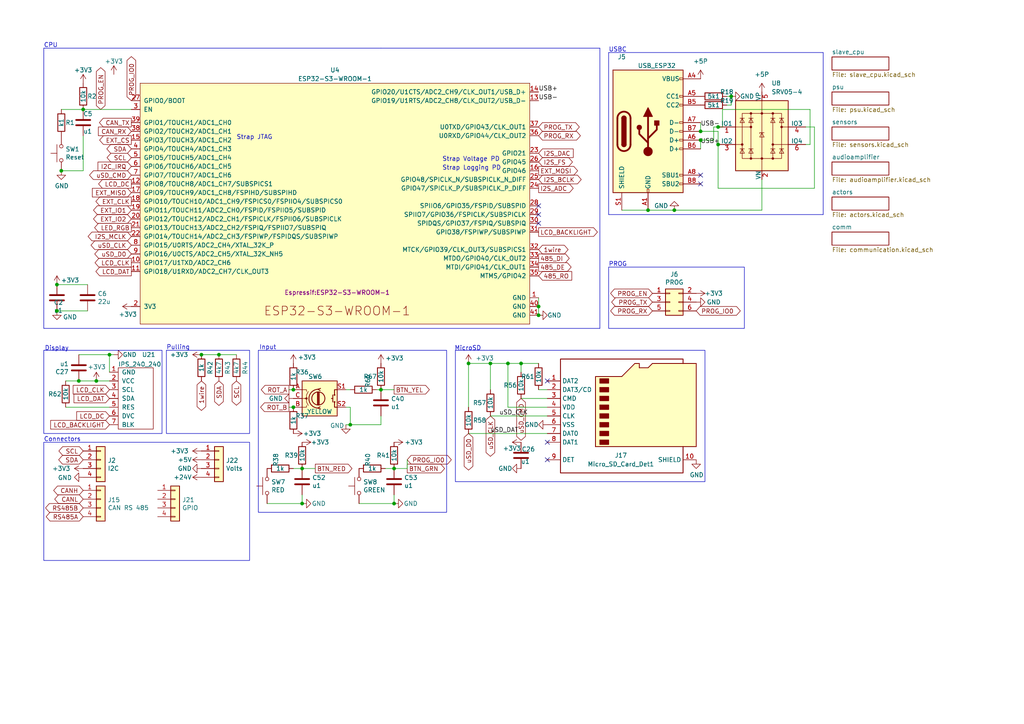
<source format=kicad_sch>
(kicad_sch (version 20231120) (generator "eeschema") (generator_version "8.0")
  (paper "A4")
  (lib_symbols
    (symbol "Connector:Micro_SD_Card_Det1"
      (property "Reference" "J" (at -16.51 17.78 0))
      (property "Value" "Micro_SD_Card_Det1" (at 16.51 17.78 0))
      (symbol "Micro_SD_Card_Det1_1_1"
        (pin bidirectional line (at -22.86 10.16 0) (length 3.81) (name "DAT2") (number "1"))
        (pin passive line (at 20.32 -12.7 180) (length 3.81) (name "SHIELD") (number "10"))
        (pin bidirectional line (at -22.86 7.62 0) (length 3.81) (name "DAT3/CD") (number "2"))
        (pin input line (at -22.86 5.08 0) (length 3.81) (name "CMD") (number "3"))
        (pin power_in line (at -22.86 2.54 0) (length 3.81) (name "VDD") (number "4"))
        (pin input line (at -22.86 0 0) (length 3.81) (name "CLK") (number "5"))
        (pin power_in line (at -22.86 -2.54 0) (length 3.81) (name "VSS") (number "6"))
        (pin bidirectional line (at -22.86 -5.08 0) (length 3.81) (name "DAT0") (number "7"))
        (pin bidirectional line (at -22.86 -7.62 0) (length 3.81) (name "DAT1") (number "8"))
        (pin passive line (at -22.86 -12.7 0) (length 3.81) (name "DET") (number "9"))
      )
    )
    (symbol "Connector:USB_C_Receptacle_USB2.0" (pin_names (offset 1.016))
      (property "Reference" "J" (at -10.16 19.05 0))
      (property "Value" "USB_C_Receptacle_USB2.0" (at 19.05 19.05 0))
      (symbol "USB_C_Receptacle_USB2.0_1_1"
        (pin passive line (at 0 -22.86 90) (length 5.08) (name "GND") (number "A1"))
        (pin passive line (at 0 -22.86 90) (length 5.08) hide (name "GND") (number "A12"))
        (pin passive line (at 15.24 15.24 180) (length 5.08) (name "VBUS") (number "A4"))
        (pin bidirectional line (at 15.24 10.16 180) (length 5.08) (name "CC1") (number "A5"))
        (pin bidirectional line (at 15.24 -2.54 180) (length 5.08) (name "D+") (number "A6"))
        (pin bidirectional line (at 15.24 2.54 180) (length 5.08) (name "D-") (number "A7"))
        (pin bidirectional line (at 15.24 -12.7 180) (length 5.08) (name "SBU1") (number "A8"))
        (pin passive line (at 15.24 15.24 180) (length 5.08) hide (name "VBUS") (number "A9"))
        (pin passive line (at 0 -22.86 90) (length 5.08) hide (name "GND") (number "B1"))
        (pin passive line (at 0 -22.86 90) (length 5.08) hide (name "GND") (number "B12"))
        (pin passive line (at 15.24 15.24 180) (length 5.08) hide (name "VBUS") (number "B4"))
        (pin bidirectional line (at 15.24 7.62 180) (length 5.08) (name "CC2") (number "B5"))
        (pin bidirectional line (at 15.24 -5.08 180) (length 5.08) (name "D+") (number "B6"))
        (pin bidirectional line (at 15.24 0 180) (length 5.08) (name "D-") (number "B7"))
        (pin bidirectional line (at 15.24 -15.24 180) (length 5.08) (name "SBU2") (number "B8"))
        (pin passive line (at 15.24 15.24 180) (length 5.08) hide (name "VBUS") (number "B9"))
        (pin passive line (at -7.62 -22.86 90) (length 5.08) (name "SHIELD") (number "S1"))
      )
    )
    (symbol "Connector_Generic:Conn_01x04" (pin_names (offset 1.016) hide)
      (property "Reference" "J" (at 0 5.08 0))
      (property "Value" "Conn_01x04" (at 0 -7.62 0))
      (symbol "Conn_01x04_1_1"
        (pin passive line (at -5.08 2.54 0) (length 3.81) (name "Pin_1") (number "1"))
        (pin passive line (at -5.08 0 0) (length 3.81) (name "Pin_2") (number "2"))
        (pin passive line (at -5.08 -2.54 0) (length 3.81) (name "Pin_3") (number "3"))
        (pin passive line (at -5.08 -5.08 0) (length 3.81) (name "Pin_4") (number "4"))
      )
    )
    (symbol "Connector_Generic:Conn_02x03_Odd_Even" (pin_names (offset 1.016) hide)
      (property "Reference" "J" (at 1.27 5.08 0))
      (property "Value" "Conn_02x03_Odd_Even" (at 1.27 -5.08 0))
      (symbol "Conn_02x03_Odd_Even_1_1"
        (pin passive line (at -5.08 2.54 0) (length 3.81) (name "Pin_1") (number "1"))
        (pin passive line (at 7.62 2.54 180) (length 3.81) (name "Pin_2") (number "2"))
        (pin passive line (at -5.08 0 0) (length 3.81) (name "Pin_3") (number "3"))
        (pin passive line (at 7.62 0 180) (length 3.81) (name "Pin_4") (number "4"))
        (pin passive line (at -5.08 -2.54 0) (length 3.81) (name "Pin_5") (number "5"))
        (pin passive line (at 7.62 -2.54 180) (length 3.81) (name "Pin_6") (number "6"))
      )
    )
    (symbol "Device:C" (pin_numbers hide) (pin_names (offset 0.254))
      (property "Reference" "C" (at 0.635 2.54 0))
      (property "Value" "C" (at 0.635 -2.54 0))
      (symbol "C_1_1"
        (pin passive line (at 0 3.81 270) (length 2.794) (name "~") (number "1"))
        (pin passive line (at 0 -3.81 90) (length 2.794) (name "~") (number "2"))
      )
    )
    (symbol "Device:R" (pin_numbers hide) (pin_names (offset 0))
      (property "Reference" "R" (at 2.032 0 90))
      (property "Value" "R" (at 0 0 90))
      (symbol "R_1_1"
        (pin passive line (at 0 3.81 270) (length 1.27) (name "~") (number "1"))
        (pin passive line (at 0 -3.81 90) (length 1.27) (name "~") (number "2"))
      )
    )
    (symbol "Device:Rotary_Encoder_Switch" (pin_names (offset 0.254) hide)
      (property "Reference" "SW" (at 0 6.604 0))
      (property "Value" "Device_Rotary_Encoder_Switch" (at 0 -6.604 0))
      (symbol "Rotary_Encoder_Switch_1_1"
        (pin passive line (at -7.62 2.54 0) (length 2.54) (name "A") (number "A"))
        (pin passive line (at -7.62 -2.54 0) (length 2.54) (name "B") (number "B"))
        (pin passive line (at -7.62 0 0) (length 2.54) (name "C") (number "C"))
        (pin passive line (at 7.62 2.54 180) (length 2.54) (name "S1") (number "S1"))
        (pin passive line (at 7.62 -2.54 180) (length 2.54) (name "S2") (number "S2"))
      )
    )
    (symbol "Espressif:ESP32-S3-WROOM-1" (pin_names (offset 1.016))
      (property "Reference" "U" (at 0 35.56 0))
      (property "Value" "ESP32-S3-WROOM-1" (at 0 -36.83 0))
      (symbol "ESP32-S3-WROOM-1_0_0"
        (text "ESP32-S3-WROOM-1" (at 0 -31.75 0) (effects (font (size 2.54 2.54))))
        (pin power_in line (at 58.42 -27.94 180) (length 2.54) (name "GND") (number "1"))
        (pin bidirectional line (at -59.69 -17.78 0) (length 2.54) (name "GPIO17/U1TXD/ADC2_CH6") (number "10"))
        (pin bidirectional line (at -59.69 -20.32 0) (length 2.54) (name "GPIO18/U1RXD/ADC2_CH7/CLK_OUT3") (number "11"))
        (pin bidirectional line (at -59.69 5.08 0) (length 2.54) (name "GPIO8/TOUCH8/ADC1_CH7/SUBSPICS1") (number "12"))
        (pin bidirectional line (at 58.42 29.21 180) (length 2.54) (name "GPIO19/U1RTS/ADC2_CH8/CLK_OUT2/USB_D-") (number "13"))
        (pin bidirectional line (at 58.42 31.75 180) (length 2.54) (name "GPIO20/U1CTS/ADC2_CH9/CLK_OUT1/USB_D+") (number "14"))
        (pin bidirectional line (at -59.69 17.78 0) (length 2.54) (name "GPIO3/TOUCH3/ADC1_CH2") (number "15"))
        (pin bidirectional line (at 58.42 8.89 180) (length 2.54) (name "GPIO46") (number "16"))
        (pin bidirectional line (at -59.69 2.54 0) (length 2.54) (name "GPIO9/TOUCH9/ADC1_CH8/FSPIHD/SUBSPIHD") (number "17"))
        (pin bidirectional line (at -59.69 0 0) (length 2.54) (name "GPIO10/TOUCH10/ADC1_CH9/FSPICS0/FSPIIO4/SUBSPICS0") (number "18"))
        (pin bidirectional line (at -59.69 -2.54 0) (length 2.54) (name "GPIO11/TOUCH11/ADC2_CH0/FSPID/FSPIIO5/SUBSPID") (number "19"))
        (pin power_in line (at -59.69 -30.48 0) (length 2.54) (name "3V3") (number "2"))
        (pin bidirectional line (at -59.69 -5.08 0) (length 2.54) (name "GPIO12/TOUCH12/ADC2_CH1/FSPICLK/FSPIIO6/SUBSPICLK") (number "20"))
        (pin bidirectional line (at -59.69 -7.62 0) (length 2.54) (name "GPIO13/TOUCH13/ADC2_CH2/FSPIQ/FSPIIO7/SUBSPIQ") (number "21"))
        (pin bidirectional line (at -59.69 -10.16 0) (length 2.54) (name "GPIO14/TOUCH14/ADC2_CH3/FSPIWP/FSPIDQS/SUBSPIWP") (number "22"))
        (pin bidirectional line (at 58.42 13.97 180) (length 2.54) (name "GPIO21") (number "23"))
        (pin bidirectional line (at 58.42 3.81 180) (length 2.54) (name "GPIO47/SPICLK_P/SUBSPICLK_P_DIFF") (number "24"))
        (pin bidirectional line (at 58.42 6.35 180) (length 2.54) (name "GPIO48/SPICLK_N/SUBSPICLK_N_DIFF") (number "25"))
        (pin bidirectional line (at 58.42 11.43 180) (length 2.54) (name "GPIO45") (number "26"))
        (pin bidirectional line (at -59.69 29.21 0) (length 2.54) (name "GPIO0/BOOT") (number "27"))
        (pin bidirectional line (at 58.42 -1.27 180) (length 2.54) (name "SPIIO6/GPIO35/FSPID/SUBSPID") (number "28"))
        (pin bidirectional line (at 58.42 -3.81 180) (length 2.54) (name "SPIIO7/GPIO36/FSPICLK/SUBSPICLK") (number "29"))
        (pin input line (at -59.69 26.67 0) (length 2.54) (name "EN") (number "3"))
        (pin bidirectional line (at 58.42 -6.35 180) (length 2.54) (name "SPIDQS/GPIO37/FSPIQ/SUBSPIQ") (number "30"))
        (pin bidirectional line (at 58.42 -8.89 180) (length 2.54) (name "GPIO38/FSPIWP/SUBSPIWP") (number "31"))
        (pin bidirectional line (at 58.42 -13.97 180) (length 2.54) (name "MTCK/GPIO39/CLK_OUT3/SUBSPICS1") (number "32"))
        (pin bidirectional line (at 58.42 -16.51 180) (length 2.54) (name "MTDO/GPIO40/CLK_OUT2") (number "33"))
        (pin bidirectional line (at 58.42 -19.05 180) (length 2.54) (name "MTDI/GPIO41/CLK_OUT1") (number "34"))
        (pin bidirectional line (at 58.42 -21.59 180) (length 2.54) (name "MTMS/GPIO42") (number "35"))
        (pin bidirectional line (at 58.42 19.05 180) (length 2.54) (name "U0RXD/GPIO44/CLK_OUT2") (number "36"))
        (pin bidirectional line (at 58.42 21.59 180) (length 2.54) (name "U0TXD/GPIO43/CLK_OUT1") (number "37"))
        (pin bidirectional line (at -59.69 20.32 0) (length 2.54) (name "GPIO2/TOUCH2/ADC1_CH1") (number "38"))
        (pin bidirectional line (at -59.69 22.86 0) (length 2.54) (name "GPIO1/TOUCH1/ADC1_CH0") (number "39"))
        (pin bidirectional line (at -59.69 15.24 0) (length 2.54) (name "GPIO4/TOUCH4/ADC1_CH3") (number "4"))
        (pin power_in line (at 58.42 -30.48 180) (length 2.54) (name "GND") (number "40"))
        (pin power_in line (at 58.42 -33.02 180) (length 2.54) (name "GND") (number "41"))
        (pin bidirectional line (at -59.69 12.7 0) (length 2.54) (name "GPIO5/TOUCH5/ADC1_CH4") (number "5"))
        (pin bidirectional line (at -59.69 10.16 0) (length 2.54) (name "GPIO6/TOUCH6/ADC1_CH5") (number "6"))
        (pin bidirectional line (at -59.69 7.62 0) (length 2.54) (name "GPIO7/TOUCH7/ADC1_CH6") (number "7"))
        (pin bidirectional line (at -59.69 -12.7 0) (length 2.54) (name "GPIO15/U0RTS/ADC2_CH4/XTAL_32K_P") (number "8"))
        (pin bidirectional line (at -59.69 -15.24 0) (length 2.54) (name "GPIO16/U0CTS/ADC2_CH5/XTAL_32K_NH5") (number "9"))
      )
    )
    (symbol "Power_Protection:SRV05-4" (pin_names (offset 0))
      (property "Reference" "U" (at -5.08 11.43 0))
      (property "Value" "SRV05-4" (at 2.54 11.43 0))
      (symbol "SRV05-4_1_1"
        (pin passive line (at -12.7 2.54 0) (length 5.08) (name "IO1") (number "1"))
        (pin passive line (at 0 -12.7 90) (length 2.54) (name "VN") (number "2"))
        (pin passive line (at -12.7 -2.54 0) (length 5.08) (name "IO2") (number "3"))
        (pin passive line (at 12.7 2.54 180) (length 5.08) (name "IO3") (number "4"))
        (pin passive line (at 0 12.7 270) (length 2.54) (name "VP") (number "5"))
        (pin passive line (at 12.7 -2.54 180) (length 5.08) (name "IO4") (number "6"))
      )
    )
    (symbol "Switch:SW_Push" (pin_numbers hide) (pin_names (offset 1.016) hide)
      (property "Reference" "SW" (at 1.27 2.54 0))
      (property "Value" "SW_Push" (at 0 -1.524 0))
      (symbol "SW_Push_0_1"
        (pin passive line (at -5.08 0 0) (length 2.54) (name "1") (number "1"))
        (pin passive line (at 5.08 0 180) (length 2.54) (name "2") (number "2"))
      )
    )
    (symbol "liebler_OPTO:IPS_240_240" (pin_names (offset 1.016))
      (property "Reference" "U" (at -5.08 7.62 0))
      (property "Value" "IPS_240_240" (at -5.08 5.08 0))
      (symbol "IPS_240_240_1_1"
        (pin power_in line (at -7.62 2.54 0) (length 2.54) (name "GND") (number "1"))
        (pin power_in line (at -7.62 0 0) (length 2.54) (name "VCC") (number "2"))
        (pin input line (at -7.62 -2.54 0) (length 2.54) (name "SCL") (number "3"))
        (pin input line (at -7.62 -5.08 0) (length 2.54) (name "SDA") (number "4"))
        (pin input line (at -7.62 -7.62 0) (length 2.54) (name "RES") (number "5"))
        (pin input line (at -7.62 -10.16 0) (length 2.54) (name "DVC") (number "6"))
        (pin input line (at -7.62 -12.7 0) (length 2.54) (name "BLK") (number "7"))
      )
    )
    (symbol "power:+24V" (power) (pin_names (offset 0))
      (property "Value" "+24V" (at 0 3.556 0))
      (symbol "+24V_1_1"
        (pin power_in line (at 0 0 90) (length 0) hide (name "+24V") (number "1"))
      )
    )
    (symbol "power:+3V3" (power) (pin_names (offset 0))
      (property "Value" "+3V3" (at 0 3.556 0))
      (symbol "+3V3_1_1"
        (pin power_in line (at 0 0 90) (length 0) hide (name "+3V3") (number "1"))
      )
    )
    (symbol "power:+5P" (power) (pin_names (offset 0))
      (property "Value" "+5P" (at 0 3.556 0))
      (symbol "+5P_1_1"
        (pin power_in line (at 0 0 90) (length 0) hide (name "+5P") (number "1"))
      )
    )
    (symbol "power:+5V" (power) (pin_names (offset 0))
      (property "Value" "+5V" (at 0 3.556 0))
      (symbol "+5V_1_1"
        (pin power_in line (at 0 0 90) (length 0) hide (name "+5V") (number "1"))
      )
    )
    (symbol "power:GND" (power) (pin_names (offset 0))
      (property "Value" "GND" (at 0 -3.81 0))
      (symbol "GND_1_1"
        (pin power_in line (at 0 0 270) (length 0) hide (name "GND") (number "1"))
      )
    )
  )
  (junction (at 101.6 123.19))
  (junction (at 87.63 146.05))
  (junction (at 87.63 135.89))
  (junction (at 16.51 82.55))
  (junction (at 203.2 40.64))
  (junction (at 17.78 49.53))
  (junction (at 114.3 135.89))
  (junction (at 208.28 36.83))
  (junction (at 16.51 90.17))
  (junction (at 63.5 102.87))
  (junction (at 31.75 102.87))
  (junction (at 212.09 27.94))
  (junction (at 187.96 60.96))
  (junction (at 195.58 60.96))
  (junction (at 203.2 38.1))
  (junction (at 156.21 91.44))
  (junction (at 156.21 88.9))
  (junction (at 208.28 41.91))
  (junction (at 142.24 105.41))
  (junction (at 24.13 31.75))
  (junction (at 151.13 105.41))
  (junction (at 110.49 113.03))
  (junction (at 147.32 105.41))
  (junction (at 85.09 113.03))
  (junction (at 85.09 118.11))
  (junction (at 114.3 146.05))
  (junction (at 27.94 110.49))
  (junction (at 22.86 110.49))
  (junction (at 58.42 102.87))
  (junction (at 135.89 105.41))
  (no_connect (at 156.21 62.23))
  (no_connect (at 158.75 110.49))
  (no_connect (at 156.21 59.69))
  (no_connect (at 156.21 64.77))
  (no_connect (at 158.75 128.27))
  (no_connect (at 203.2 53.34))
  (no_connect (at 158.75 133.35))
  (no_connect (at 203.2 50.8))
  (polyline (pts (xy 12.7 13.97) (xy 12.7 95.25)))
  (wire (pts (xy 109.22 113.03) (xy 110.49 113.03)))
  (wire (pts (xy 31.75 102.87) (xy 33.02 102.87)))
  (wire (pts (xy 77.47 146.05) (xy 87.63 146.05)))
  (wire (pts (xy 234.95 41.91) (xy 233.68 41.91)))
  (wire (pts (xy 156.21 88.9) (xy 156.21 91.44)))
  (wire (pts (xy 180.34 60.96) (xy 187.96 60.96)))
  (wire (pts (xy 151.13 115.57) (xy 158.75 115.57)))
  (wire (pts (xy 142.24 113.03) (xy 142.24 105.41)))
  (wire (pts (xy 63.5 102.87) (xy 68.58 102.87)))
  (wire (pts (xy 19.05 110.49) (xy 22.86 110.49)))
  (wire (pts (xy 203.2 40.64) (xy 207.01 40.64)))
  (wire (pts (xy 135.89 105.41) (xy 142.24 105.41)))
  (wire (pts (xy 17.78 31.75) (xy 24.13 31.75)))
  (wire (pts (xy 220.98 52.07) (xy 220.98 60.96)))
  (wire (pts (xy 151.13 105.41) (xy 151.13 107.95)))
  (polyline (pts (xy 173.99 13.97) (xy 173.99 95.25)))
  (wire (pts (xy 101.6 118.11) (xy 100.33 118.11)))
  (wire (pts (xy 25.4 82.55) (xy 16.51 82.55)))
  (wire (pts (xy 147.32 118.11) (xy 147.32 105.41)))
  (wire (pts (xy 208.28 36.83) (xy 209.55 36.83)))
  (wire (pts (xy 147.32 118.11) (xy 158.75 118.11)))
  (wire (pts (xy 151.13 105.41) (xy 156.21 105.41)))
  (wire (pts (xy 212.09 27.94) (xy 212.09 30.48)))
  (wire (pts (xy 85.09 113.03) (xy 83.82 113.03)))
  (wire (pts (xy 24.13 31.75) (xy 38.1 31.75)))
  (wire (pts (xy 195.58 60.96) (xy 220.98 60.96)))
  (wire (pts (xy 212.09 30.48) (xy 210.82 30.48)))
  (wire (pts (xy 203.2 40.64) (xy 203.2 43.18)))
  (wire (pts (xy 209.55 31.75) (xy 234.95 31.75)))
  (wire (pts (xy 22.86 102.87) (xy 31.75 102.87)))
  (wire (pts (xy 234.95 31.75) (xy 234.95 41.91)))
  (wire (pts (xy 209.55 36.83) (xy 209.55 31.75)))
  (wire (pts (xy 142.24 120.65) (xy 158.75 120.65)))
  (wire (pts (xy 22.86 110.49) (xy 27.94 110.49)))
  (wire (pts (xy 85.09 118.11) (xy 83.82 118.11)))
  (wire (pts (xy 100.33 113.03) (xy 101.6 113.03)))
  (wire (pts (xy 156.21 86.36) (xy 156.21 88.9)))
  (wire (pts (xy 19.05 118.11) (xy 31.75 118.11)))
  (polyline (pts (xy 238.76 15.24) (xy 238.76 62.23)))
  (wire (pts (xy 24.13 39.37) (xy 24.13 49.53)))
  (wire (pts (xy 208.28 54.61) (xy 236.22 54.61)))
  (polyline (pts (xy 110.49 13.97) (xy 173.99 13.97)))
  (wire (pts (xy 110.49 113.03) (xy 114.3 113.03)))
  (wire (pts (xy 25.4 90.17) (xy 16.51 90.17)))
  (wire (pts (xy 208.28 38.1) (xy 208.28 41.91)))
  (wire (pts (xy 87.63 135.89) (xy 91.44 135.89)))
  (polyline (pts (xy 238.76 62.23) (xy 176.53 62.23)))
  (wire (pts (xy 156.21 113.03) (xy 158.75 113.03)))
  (wire (pts (xy 236.22 36.83) (xy 233.68 36.83)))
  (polyline (pts (xy 12.7 13.97) (xy 110.49 13.97)))
  (wire (pts (xy 104.14 146.05) (xy 114.3 146.05)))
  (polyline (pts (xy 12.7 95.25) (xy 173.99 95.25)))
  (wire (pts (xy 85.09 135.89) (xy 87.63 135.89)))
  (wire (pts (xy 207.01 40.64) (xy 207.01 36.83)))
  (wire (pts (xy 207.01 36.83) (xy 208.28 36.83)))
  (polyline (pts (xy 12.7 13.97) (xy 12.7 13.97)))
  (wire (pts (xy 114.3 143.51) (xy 114.3 146.05)))
  (wire (pts (xy 114.3 135.89) (xy 118.11 135.89)))
  (wire (pts (xy 111.76 135.89) (xy 114.3 135.89)))
  (wire (pts (xy 187.96 60.96) (xy 195.58 60.96)))
  (polyline (pts (xy 176.53 15.24) (xy 238.76 15.24)))
  (wire (pts (xy 135.89 118.11) (xy 135.89 105.41)))
  (wire (pts (xy 24.13 49.53) (xy 17.78 49.53)))
  (wire (pts (xy 110.49 120.65) (xy 110.49 123.19)))
  (wire (pts (xy 101.6 118.11) (xy 101.6 123.19)))
  (wire (pts (xy 203.2 38.1) (xy 208.28 38.1)))
  (wire (pts (xy 208.28 41.91) (xy 208.28 54.61)))
  (wire (pts (xy 87.63 143.51) (xy 87.63 146.05)))
  (wire (pts (xy 147.32 105.41) (xy 151.13 105.41)))
  (wire (pts (xy 210.82 27.94) (xy 212.09 27.94)))
  (wire (pts (xy 101.6 123.19) (xy 110.49 123.19)))
  (wire (pts (xy 31.75 102.87) (xy 31.75 107.95)))
  (wire (pts (xy 142.24 105.41) (xy 147.32 105.41)))
  (polyline (pts (xy 176.53 15.24) (xy 176.53 62.23)))
  (wire (pts (xy 236.22 54.61) (xy 236.22 36.83)))
  (wire (pts (xy 118.11 133.35) (xy 118.11 135.89)))
  (wire (pts (xy 27.94 110.49) (xy 31.75 110.49)))
  (wire (pts (xy 135.89 125.73) (xy 158.75 125.73)))
  (wire (pts (xy 203.2 35.56) (xy 203.2 38.1)))
  (wire (pts (xy 58.42 102.87) (xy 63.5 102.87)))
  (wire (pts (xy 100.33 123.19) (xy 101.6 123.19)))
  (rectangle (start 176.53 77.47) (end 215.9 95.25))
  (rectangle (start 74.93 101.6) (end 129.54 148.59))
  (rectangle (start 12.7 128.27) (end 72.39 162.56))
  (rectangle (start 12.7 101.6) (end 46.99 125.73))
  (rectangle (start 48.26 101.6) (end 72.39 125.73))
  (rectangle (start 132.08 101.6) (end 204.47 139.7))
  (text "USBC" (at 176.53 15.24 0) (effects (font (size 1.27 1.27)) (justify left bottom)))
  (text "Connectors" (at 12.7 128.27 0) (effects (font (size 1.27 1.27)) (justify left bottom)))
  (text "Pulling" (at 48.26 101.6 0) (effects (font (size 1.27 1.27)) (justify left bottom)))
  (text "Strap JTAG" (at 68.58 40.64 0) (effects (font (size 1.27 1.27)) (justify left bottom)))
  (text "Strap Logging PD" (at 128.27 49.53 0) (effects (font (size 1.27 1.27)) (justify left bottom)))
  (text "Input" (at 75.184 101.6 0) (effects (font (size 1.27 1.27)) (justify left bottom)))
  (text "Strap Voltage PD" (at 128.27 46.99 0) (effects (font (size 1.27 1.27)) (justify left bottom)))
  (text "MicroSD" (at 131.826 101.854 0) (effects (font (size 1.27 1.27)) (justify left bottom)))
  (text "CPU" (at 12.7 13.97 0) (effects (font (size 1.27 1.27)) (justify left bottom)))
  (text "PROG" (at 176.53 77.47 0) (effects (font (size 1.27 1.27)) (justify left bottom)))
  (text "Display" (at 12.954 101.854 0) (effects (font (size 1.27 1.27)) (justify left bottom)))
  (label "uSD_CLK" (at 144.78 120.65 0))
  (label "USB+" (at 156.21 26.67 0))
  (label "uSD_DAT" (at 142.24 125.73 0))
  (label "USB+" (at 203.2 41.91 0))
  (label "USB-" (at 156.21 29.21 0))
  (label "USB-" (at 203.2 36.83 0))
  (global_label "uSD_CLK" (shape bidirectional) (at 38.1 71.12 180) (property "Intersheetrefs" "${INTERSHEET_REFS}" (effects (hide yes))))
  (global_label "EXT_IO2" (shape bidirectional) (at 38.1 63.5 180) (property "Intersheetrefs" "${INTERSHEET_REFS}" (effects (hide yes))))
  (global_label "1wire" (shape bidirectional) (at 58.42 110.49 270) (property "Intersheetrefs" "${INTERSHEET_REFS}" (effects (hide yes))))
  (global_label "485_DI" (shape output) (at 156.21 74.93 0) (property "Intersheetrefs" "${INTERSHEET_REFS}" (effects (hide yes))))
  (global_label "SCL" (shape bidirectional) (at 68.58 110.49 270) (property "Intersheetrefs" "${INTERSHEET_REFS}" (effects (hide yes))))
  (global_label "SDA" (shape bidirectional) (at 63.5 110.49 270) (property "Intersheetrefs" "${INTERSHEET_REFS}" (effects (hide yes))))
  (global_label "I2S_DAC" (shape input) (at 156.21 44.45 0) (property "Intersheetrefs" "${INTERSHEET_REFS}" (effects (hide yes))))
  (global_label "I2S_BCLK" (shape bidirectional) (at 156.21 52.07 0) (property "Intersheetrefs" "${INTERSHEET_REFS}" (effects (hide yes))))
  (global_label "RS485B" (shape bidirectional) (at 24.13 147.32 180) (property "Intersheetrefs" "${INTERSHEET_REFS}" (effects (hide yes))))
  (global_label "SCL" (shape bidirectional) (at 24.13 130.81 180) (property "Intersheetrefs" "${INTERSHEET_REFS}" (effects (hide yes))))
  (global_label "LCD_DC" (shape output) (at 38.1 53.34 180) (property "Intersheetrefs" "${INTERSHEET_REFS}" (effects (hide yes))))
  (global_label "CAN_TX" (shape output) (at 38.1 35.56 180) (property "Intersheetrefs" "${INTERSHEET_REFS}" (effects (hide yes))))
  (global_label "485_RO" (shape input) (at 156.21 80.01 0) (property "Intersheetrefs" "${INTERSHEET_REFS}" (effects (hide yes))))
  (global_label "PROG_TX" (shape bidirectional) (at 189.23 87.63 180) (property "Intersheetrefs" "${INTERSHEET_REFS}" (effects (hide yes))))
  (global_label "LCD_BACKLIGHT" (shape output) (at 156.21 67.31 0) (property "Intersheetrefs" "${INTERSHEET_REFS}" (effects (hide yes))))
  (global_label "uSD_D0" (shape bidirectional) (at 38.1 73.66 180) (property "Intersheetrefs" "${INTERSHEET_REFS}" (effects (hide yes))))
  (global_label "CANL" (shape bidirectional) (at 24.13 144.78 180) (property "Intersheetrefs" "${INTERSHEET_REFS}" (effects (hide yes))))
  (global_label "PROG_IO0" (shape bidirectional) (at 201.93 90.17 0) (property "Intersheetrefs" "${INTERSHEET_REFS}" (effects (hide yes))))
  (global_label "PROG_IO0" (shape bidirectional) (at 118.11 133.35 0) (property "Intersheetrefs" "${INTERSHEET_REFS}" (effects (hide yes))))
  (global_label "uSD_CMD" (shape bidirectional) (at 151.13 115.57 270) (property "Intersheetrefs" "${INTERSHEET_REFS}" (effects (hide yes))))
  (global_label "LCD_BACKLIGHT" (shape input) (at 31.75 123.19 180) (property "Intersheetrefs" "${INTERSHEET_REFS}" (effects (hide yes))))
  (global_label "uSD_CLK" (shape bidirectional) (at 142.24 120.65 270) (property "Intersheetrefs" "${INTERSHEET_REFS}" (effects (hide yes))))
  (global_label "RS485A" (shape bidirectional) (at 24.13 149.86 180) (property "Intersheetrefs" "${INTERSHEET_REFS}" (effects (hide yes))))
  (global_label "BTN_GRN" (shape output) (at 118.11 135.89 0) (property "Intersheetrefs" "${INTERSHEET_REFS}" (effects (hide yes))))
  (global_label "LED_RGB" (shape output) (at 38.1 66.04 180) (property "Intersheetrefs" "${INTERSHEET_REFS}" (effects (hide yes))))
  (global_label "CAN_RX" (shape input) (at 38.1 38.1 180) (property "Intersheetrefs" "${INTERSHEET_REFS}" (effects (hide yes))))
  (global_label "ROT_B" (shape output) (at 83.82 118.11 180) (property "Intersheetrefs" "${INTERSHEET_REFS}" (effects (hide yes))))
  (global_label "1wire" (shape bidirectional) (at 156.21 72.39 0) (property "Intersheetrefs" "${INTERSHEET_REFS}" (effects (hide yes))))
  (global_label "EXT_CLK" (shape output) (at 38.1 58.42 180) (property "Intersheetrefs" "${INTERSHEET_REFS}" (effects (hide yes))))
  (global_label "uSD_D0" (shape bidirectional) (at 135.89 125.73 270) (property "Intersheetrefs" "${INTERSHEET_REFS}" (effects (hide yes))))
  (global_label "SDA" (shape bidirectional) (at 24.13 133.35 180) (property "Intersheetrefs" "${INTERSHEET_REFS}" (effects (hide yes))))
  (global_label "I2C_IRQ" (shape input) (at 38.1 48.26 180) (property "Intersheetrefs" "${INTERSHEET_REFS}" (effects (hide yes))))
  (global_label "uSD_CMD" (shape bidirectional) (at 38.1 50.8 180) (property "Intersheetrefs" "${INTERSHEET_REFS}" (effects (hide yes))))
  (global_label "I2S_FS" (shape bidirectional) (at 156.21 46.99 0) (property "Intersheetrefs" "${INTERSHEET_REFS}" (effects (hide yes))))
  (global_label "SDA" (shape bidirectional) (at 38.1 43.18 180) (property "Intersheetrefs" "${INTERSHEET_REFS}" (effects (hide yes))))
  (global_label "EXT_MISO" (shape input) (at 38.1 55.88 180) (property "Intersheetrefs" "${INTERSHEET_REFS}" (effects (hide yes))))
  (global_label "PROG_RX" (shape bidirectional) (at 189.23 90.17 180) (property "Intersheetrefs" "${INTERSHEET_REFS}" (effects (hide yes))))
  (global_label "LCD_DAT" (shape output) (at 38.1 78.74 180) (property "Intersheetrefs" "${INTERSHEET_REFS}" (effects (hide yes))))
  (global_label "PROG_RX" (shape bidirectional) (at 156.21 39.37 0) (property "Intersheetrefs" "${INTERSHEET_REFS}" (effects (hide yes))))
  (global_label "BTN_RED" (shape output) (at 91.44 135.89 0) (property "Intersheetrefs" "${INTERSHEET_REFS}" (effects (hide yes))))
  (global_label "I2S_MCLK" (shape bidirectional) (at 38.1 68.58 180) (property "Intersheetrefs" "${INTERSHEET_REFS}" (effects (hide yes))))
  (global_label "EXT_IO1" (shape bidirectional) (at 38.1 60.96 180) (property "Intersheetrefs" "${INTERSHEET_REFS}" (effects (hide yes))))
  (global_label "SCL" (shape bidirectional) (at 38.1 45.72 180) (property "Intersheetrefs" "${INTERSHEET_REFS}" (effects (hide yes))))
  (global_label "PROG_IO0" (shape bidirectional) (at 38.1 29.21 90) (property "Intersheetrefs" "${INTERSHEET_REFS}" (effects (hide yes))))
  (global_label "I2S_ADC" (shape output) (at 156.21 54.61 0) (property "Intersheetrefs" "${INTERSHEET_REFS}" (effects (hide yes))))
  (global_label "LCD_CLK" (shape output) (at 38.1 76.2 180) (property "Intersheetrefs" "${INTERSHEET_REFS}" (effects (hide yes))))
  (global_label "PROG_TX" (shape bidirectional) (at 156.21 36.83 0) (property "Intersheetrefs" "${INTERSHEET_REFS}" (effects (hide yes))))
  (global_label "PROG_EN" (shape bidirectional) (at 29.21 31.75 90) (property "Intersheetrefs" "${INTERSHEET_REFS}" (effects (hide yes))))
  (global_label "EXT_CS" (shape output) (at 38.1 40.64 180) (property "Intersheetrefs" "${INTERSHEET_REFS}" (effects (hide yes))))
  (global_label "485_DE" (shape output) (at 156.21 77.47 0) (property "Intersheetrefs" "${INTERSHEET_REFS}" (effects (hide yes))))
  (global_label "LCD_CLK" (shape input) (at 31.75 113.03 180) (property "Intersheetrefs" "${INTERSHEET_REFS}" (effects (hide yes))))
  (global_label "EXT_MOSI" (shape output) (at 156.21 49.53 0) (property "Intersheetrefs" "${INTERSHEET_REFS}" (effects (hide yes))))
  (global_label "ROT_A" (shape output) (at 83.82 113.03 180) (property "Intersheetrefs" "${INTERSHEET_REFS}" (effects (hide yes))))
  (global_label "BTN_YEL" (shape output) (at 114.3 113.03 0) (property "Intersheetrefs" "${INTERSHEET_REFS}" (effects (hide yes))))
  (global_label "LCD_DC" (shape input) (at 31.75 120.65 180) (property "Intersheetrefs" "${INTERSHEET_REFS}" (effects (hide yes))))
  (global_label "CANH" (shape bidirectional) (at 24.13 142.24 180) (property "Intersheetrefs" "${INTERSHEET_REFS}" (effects (hide yes))))
  (global_label "PROG_EN" (shape bidirectional) (at 189.23 85.09 180) (property "Intersheetrefs" "${INTERSHEET_REFS}" (effects (hide yes))))
  (global_label "LCD_DAT" (shape input) (at 31.75 115.57 180) (property "Intersheetrefs" "${INTERSHEET_REFS}" (effects (hide yes))))
  (symbol (lib_id "power:+3V3") (at 114.3 128.27 270) (unit 1)
    (property "Reference" "#PWR0127" (effects (hide yes)))
    (property "Value" "+3V3" (at 117.348 128.27 90) (effects (justify left)))
  )
  (symbol (lib_id "Device:R") (at 17.78 35.56 180) (unit 1)
    (property "Reference" "R1" (at 20.32 35.56 0))
    (property "Value" "k1" (at 17.78 35.56 90))
    (property "Footprint" "Resistor_SMD:R_0402_1005Metric" (effects (hide yes)))
  )
  (symbol (lib_id "Power_Protection:SRV05-4") (at 220.98 39.37 0) (unit 1)
    (property "Reference" "U8" (at 223.7487 24.13 0) (effects (justify left)))
    (property "Value" "SRV05-4" (at 223.7487 26.67 0) (effects (justify left)))
    (property "Footprint" "Package_TO_SOT_SMD:SOT-23-6" (effects (hide yes)))
    (property "Datasheet" "http://www.onsemi.com/pub/Collateral/SRV05-4-D.PDF" (effects (hide yes)))
  )
  (symbol (lib_id "Device:R") (at 68.58 106.68 180) (unit 1)
    (property "Reference" "R44" (at 71.12 106.68 90))
    (property "Value" "4k7" (at 68.58 106.68 90))
    (property "Footprint" "Resistor_SMD:R_0402_1005Metric" (effects (hide yes)))
  )
  (symbol (lib_id "liebler_OPTO:IPS_240_240") (at 39.37 110.49 0) (unit 1)
    (property "Reference" "U21" (at 41.148 102.87 0) (effects (justify left)))
    (property "Value" "IPS_240_240" (at 34.29 105.664 0) (effects (justify left)))
    (property "Footprint" "liebler_OPTO:IPS_240_240_1.3" (effects (hide yes)))
  )
  (symbol (lib_id "Device:R") (at 81.28 135.89 270) (unit 1)
    (property "Reference" "R38" (at 80.01 133.35 0))
    (property "Value" "1k" (at 81.28 135.89 90))
    (property "Footprint" "Resistor_SMD:R_0402_1005Metric" (effects (hide yes)))
  )
  (symbol (lib_id "power:GND") (at 33.02 102.87 90) (unit 1)
    (property "Reference" "#PWR0192" (effects (hide yes)))
    (property "Value" "GND" (at 37.592 102.87 90))
  )
  (symbol (lib_id "power:GND") (at 114.3 146.05 90) (unit 1)
    (property "Reference" "#PWR0126" (effects (hide yes)))
    (property "Value" "GND" (at 119.126 146.05 90))
  )
  (symbol (lib_id "power:+5P") (at 220.98 26.67 0) (unit 1)
    (property "Reference" "#PWR054" (effects (hide yes)))
    (property "Value" "+5P" (at 220.98 21.59 0))
  )
  (symbol (lib_id "Switch:SW_Push") (at 17.78 44.45 90) (unit 1)
    (property "Reference" "SW1" (at 18.9992 43.2816 90) (effects (justify right)))
    (property "Value" "Reset" (at 18.9992 45.593 90) (effects (justify right)))
    (property "Footprint" "liebler_MECH:SW_SPST_TL3342_smaller_handsolder" (effects (hide yes)))
  )
  (symbol (lib_id "Device:C") (at 25.4 86.36 0) (unit 1)
    (property "Reference" "C6" (at 28.321 85.1916 0) (effects (justify left)))
    (property "Value" "22u" (at 28.321 87.503 0) (effects (justify left)))
    (property "Footprint" "Capacitor_SMD:C_0603_1608Metric" (effects (hide yes)))
  )
  (symbol (lib_id "power:GND") (at 195.58 60.96 180) (unit 1)
    (property "Reference" "#PWR045" (effects (hide yes)))
    (property "Value" "GND" (at 191.77 59.69 0))
  )
  (symbol (lib_id "Connector_Generic:Conn_01x04") (at 63.5 133.35 0) (unit 1)
    (property "Reference" "J22" (at 65.532 133.5532 0) (effects (justify left)))
    (property "Value" "Volts" (at 65.532 135.8646 0) (effects (justify left)))
    (property "Footprint" "liebler_CONN:PhoenixContact_MC_1,5_4-G-3.5_1x04_P3.50mm_Horizontal_smallerCourtyard" (effects (hide yes)))
  )
  (symbol (lib_id "Device:C") (at 151.13 132.08 180) (unit 1)
    (property "Reference" "C26" (at 155.194 130.302 0) (effects (justify left)))
    (property "Value" "u1" (at 153.67 133.858 0) (effects (justify left)))
    (property "Footprint" "Capacitor_SMD:C_0402_1005Metric" (effects (hide yes)))
  )
  (symbol (lib_id "Connector_Generic:Conn_02x03_Odd_Even") (at 194.31 87.63 0) (unit 1)
    (property "Reference" "J6" (at 195.58 79.5782 0))
    (property "Value" "PROG" (at 195.58 81.8896 0))
    (property "Footprint" "liebler_CONN:IDC_2x03_P1.27mm_Vertical" (effects (hide yes)))
  )
  (symbol (lib_id "Device:R") (at 19.05 114.3 0) (unit 1)
    (property "Reference" "R62" (at 13.97 114.3 0) (effects (justify left)))
    (property "Value" "10k" (at 19.05 114.3 90))
    (property "Footprint" "Resistor_SMD:R_0402_1005Metric" (effects (hide yes)))
  )
  (symbol (lib_id "power:+3V3") (at 33.02 21.59 0) (unit 1)
    (property "Reference" "#PWR012" (effects (hide yes)))
    (property "Value" "+3V3" (at 33.02 17.78 0))
  )
  (symbol (lib_id "Connector_Generic:Conn_01x04") (at 50.8 144.78 0) (unit 1)
    (property "Reference" "J21" (at 52.832 144.9832 0) (effects (justify left)))
    (property "Value" "GPIO" (at 52.832 147.2946 0) (effects (justify left)))
    (property "Footprint" "liebler_CONN:PhoenixContact_MC_1,5_4-G-3.5_1x04_P3.50mm_Horizontal_smallerCourtyard" (effects (hide yes)))
  )
  (symbol (lib_id "power:+3V3") (at 135.89 105.41 0) (unit 1)
    (property "Reference" "#PWR0189" (effects (hide yes)))
    (property "Value" "+3V3" (at 137.922 103.886 0) (effects (justify left)))
  )
  (symbol (lib_id "power:+3V3") (at 87.63 128.27 270) (unit 1)
    (property "Reference" "#PWR088" (effects (hide yes)))
    (property "Value" "+3V3" (at 90.17 128.27 90) (effects (justify left)))
  )
  (symbol (lib_id "Device:R") (at 156.21 109.22 0) (unit 1)
    (property "Reference" "R61" (at 151.13 109.22 0) (effects (justify left)))
    (property "Value" "10k" (at 156.21 109.22 90))
    (property "Footprint" "Resistor_SMD:R_0402_1005Metric" (effects (hide yes)))
  )
  (symbol (lib_id "power:GND") (at 201.93 133.35 0) (unit 1)
    (property "Reference" "#PWR0188" (effects (hide yes)))
    (property "Value" "GND" (at 202.057 137.7442 0))
  )
  (symbol (lib_id "power:+3V3") (at 27.94 110.49 0) (unit 1)
    (property "Reference" "#PWR0193" (effects (hide yes)))
    (property "Value" "+3V3" (at 25.4 106.426 0) (effects (justify left)))
  )
  (symbol (lib_id "Device:R") (at 85.09 121.92 180) (unit 1)
    (property "Reference" "R37" (at 87.63 120.65 0))
    (property "Value" "1k" (at 85.09 121.92 90))
    (property "Footprint" "Resistor_SMD:R_0402_1005Metric" (effects (hide yes)))
  )
  (symbol (lib_id "Device:R") (at 114.3 132.08 0) (unit 1)
    (property "Reference" "R41" (at 109.22 132.08 0) (effects (justify left)))
    (property "Value" "10k" (at 114.3 132.08 90))
    (property "Footprint" "Resistor_SMD:R_0402_1005Metric" (effects (hide yes)))
  )
  (symbol (lib_id "power:GND") (at 100.33 123.19 0) (unit 1)
    (property "Reference" "#PWR0125" (effects (hide yes)))
    (property "Value" "GND" (at 97.79 123.444 0))
  )
  (symbol (lib_id "Device:C") (at 110.49 116.84 180) (unit 1)
    (property "Reference" "C40" (at 113.411 115.6716 0) (effects (justify right)))
    (property "Value" "u1" (at 113.411 117.983 0) (effects (justify right)))
    (property "Footprint" "Capacitor_SMD:C_0402_1005Metric" (effects (hide yes)))
  )
  (symbol (lib_id "Device:C") (at 16.51 86.36 0) (unit 1)
    (property "Reference" "C2" (at 15.621 87.7316 0) (effects (justify left)))
    (property "Value" "u1" (at 15.621 90.043 0) (effects (justify left)))
    (property "Footprint" "Capacitor_SMD:C_0402_1005Metric" (effects (hide yes)))
  )
  (symbol (lib_id "power:+3V3") (at 110.49 105.41 0) (unit 1)
    (property "Reference" "#PWR0128" (effects (hide yes)))
    (property "Value" "+3V3" (at 111.76 103.886 0) (effects (justify left)))
  )
  (symbol (lib_id "power:+5V") (at 58.42 133.35 90) (unit 1)
    (property "Reference" "#PWR0112" (effects (hide yes)))
    (property "Value" "+5V" (at 53.594 133.35 90))
  )
  (symbol (lib_id "Device:R") (at 142.24 116.84 0) (unit 1)
    (property "Reference" "R57" (at 137.16 116.84 0) (effects (justify left)))
    (property "Value" "10k" (at 142.24 116.84 90))
    (property "Footprint" "Resistor_SMD:R_0402_1005Metric" (effects (hide yes)))
  )
  (symbol (lib_id "Connector_Generic:Conn_01x04") (at 29.21 144.78 0) (unit 1)
    (property "Reference" "J15" (at 31.242 144.9832 0) (effects (justify left)))
    (property "Value" "CAN RS 485" (at 31.242 147.2946 0) (effects (justify left)))
    (property "Footprint" "liebler_CONN:PhoenixContact_MC_1,5_4-G-3.5_1x04_P3.50mm_Horizontal_smallerCourtyard" (effects (hide yes)))
  )
  (symbol (lib_id "Device:R") (at 107.95 135.89 270) (unit 1)
    (property "Reference" "R40" (at 106.68 133.35 0))
    (property "Value" "1k" (at 107.95 135.89 90))
    (property "Footprint" "Resistor_SMD:R_0402_1005Metric" (effects (hide yes)))
  )
  (symbol (lib_id "Device:C") (at 114.3 139.7 180) (unit 1)
    (property "Reference" "C53" (at 117.221 138.5316 0) (effects (justify right)))
    (property "Value" "u1" (at 117.221 140.843 0) (effects (justify right)))
    (property "Footprint" "Capacitor_SMD:C_0402_1005Metric" (effects (hide yes)))
  )
  (symbol (lib_id "power:GND") (at 156.21 91.44 90) (unit 1)
    (property "Reference" "#PWR040" (effects (hide yes)))
    (property "Value" "GND" (at 158.75 91.44 90) (effects (justify right)))
  )
  (symbol (lib_id "Device:R") (at 135.89 121.92 0) (unit 1)
    (property "Reference" "R58" (at 137.16 121.92 0) (effects (justify left)))
    (property "Value" "10k" (at 135.89 121.92 90))
    (property "Footprint" "Resistor_SMD:R_0402_1005Metric" (effects (hide yes)))
  )
  (symbol (lib_id "power:GND") (at 24.13 138.43 270) (unit 1)
    (property "Reference" "#PWR026" (effects (hide yes)))
    (property "Value" "GND" (at 20.8788 138.557 90) (effects (justify right)))
  )
  (symbol (lib_id "Device:C") (at 22.86 106.68 180) (unit 1)
    (property "Reference" "C27" (at 19.939 107.8484 0) (effects (justify left)))
    (property "Value" "u1" (at 19.939 105.537 0) (effects (justify left)))
    (property "Footprint" "Capacitor_SMD:C_0402_1005Metric" (effects (hide yes)))
  )
  (symbol (lib_id "Device:R") (at 87.63 132.08 0) (unit 1)
    (property "Reference" "R39" (at 82.55 132.08 0) (effects (justify left)))
    (property "Value" "10k" (at 87.63 132.08 90))
    (property "Footprint" "Resistor_SMD:R_0402_1005Metric" (effects (hide yes)))
  )
  (symbol (lib_id "Connector:USB_C_Receptacle_USB2.0") (at 187.96 38.1 0) (unit 1)
    (property "Reference" "J5" (at 180.34 16.51 0))
    (property "Value" "USB_ESP32" (at 190.5 19.05 0))
    (property "Footprint" "liebler_CONN:USB_C_Receptacle_HRO_TYPE-C-31-M-12_IMPROVED" (effects (hide yes)))
    (property "Datasheet" "https://www.usb.org/sites/default/files/documents/usb_type-c.zip" (effects (hide yes)))
  )
  (symbol (lib_id "power:+3V3") (at 38.1 88.9 90) (unit 1)
    (property "Reference" "#PWR015" (effects (hide yes)))
    (property "Value" "+3V3" (at 37.084 91.186 90))
  )
  (symbol (lib_id "power:+3V3") (at 16.51 82.55 0) (unit 1)
    (property "Reference" "#PWR06" (effects (hide yes)))
    (property "Value" "+3V3" (at 20.32 81.28 0))
  )
  (symbol (lib_id "Device:R") (at 151.13 111.76 0) (unit 1)
    (property "Reference" "R56" (at 146.05 111.76 0) (effects (justify left)))
    (property "Value" "10k" (at 151.13 111.76 90))
    (property "Footprint" "Resistor_SMD:R_0402_1005Metric" (effects (hide yes)))
  )
  (symbol (lib_id "power:+3V3") (at 151.13 128.27 90) (unit 1)
    (property "Reference" "#PWR056" (effects (hide yes)))
    (property "Value" "+3V3" (at 151.13 130.048 90) (effects (justify left)))
  )
  (symbol (lib_id "Espressif:ESP32-S3-WROOM-1") (at 97.79 58.42 0) (unit 1)
    (property "Reference" "U4" (at 97.155 20.32 0))
    (property "Value" "ESP32-S3-WROOM-1" (at 97.155 22.86 0))
    (property "Footprint" "Espressif:ESP32-S3-WROOM-1" (at 97.79 84.836 0))
    (property "Datasheet" "https://www.espressif.com/sites/default/files/documentation/esp32-s3-wroom-1_wroom-1u_datasheet_en.pdf" (effects (hide yes)))
  )
  (symbol (lib_id "Connector:Micro_SD_Card_Det1") (at 181.61 120.65 0) (unit 1)
    (property "Reference" "J17" (at 180.086 132.08 0))
    (property "Value" "Micro_SD_Card_Det1" (at 180.086 134.62 0))
    (property "Footprint" "liebler_MECH:microSD push" (effects (hide yes)))
    (property "Datasheet" "https://datasheet.lcsc.com/lcsc/2110151630_XKB-Connectivity-XKTF-015-N_C381082.pdf" (effects (hide yes)))
    (property "Description" "Micro SD Card Socket with one card detection pin" (effects (hide yes)))
  )
  (symbol (lib_id "power:+3V3") (at 85.09 125.73 270) (unit 1)
    (property "Reference" "#PWR086" (effects (hide yes)))
    (property "Value" "+3V3" (at 87.884 125.73 90) (effects (justify left)))
  )
  (symbol (lib_id "power:+3V3") (at 24.13 135.89 90) (unit 1)
    (property "Reference" "#PWR027" (effects (hide yes)))
    (property "Value" "+3V3" (at 17.78 135.89 90))
  )
  (symbol (lib_id "power:GND") (at 201.93 87.63 90) (unit 1)
    (property "Reference" "#PWR049" (effects (hide yes)))
    (property "Value" "GND" (at 207.01 87.63 90))
  )
  (symbol (lib_id "Connector_Generic:Conn_01x04") (at 29.21 133.35 0) (unit 1)
    (property "Reference" "J2" (at 31.242 133.5532 0) (effects (justify left)))
    (property "Value" "I2C" (at 31.242 135.8646 0) (effects (justify left)))
    (property "Footprint" "liebler_CONN:PhoenixContact_MC_1,5_4-G-3.5_1x04_P3.50mm_Horizontal_smallerCourtyard" (effects (hide yes)))
  )
  (symbol (lib_id "power:+3V3") (at 58.42 102.87 90) (unit 1)
    (property "Reference" "#PWR090" (effects (hide yes)))
    (property "Value" "+3V3" (at 54.61 102.87 90) (effects (justify left)))
  )
  (symbol (lib_id "power:GND") (at 87.63 146.05 90) (unit 1)
    (property "Reference" "#PWR044" (effects (hide yes)))
    (property "Value" "GND" (at 92.456 146.05 90))
  )
  (symbol (lib_id "power:GND") (at 16.51 90.17 0) (unit 1)
    (property "Reference" "#PWR07" (effects (hide yes)))
    (property "Value" "GND" (at 22.352 91.948 0) (effects (justify right)))
  )
  (symbol (lib_id "power:GND") (at 85.09 115.57 270) (unit 1)
    (property "Reference" "#PWR085" (effects (hide yes)))
    (property "Value" "GND" (at 80.01 115.57 90))
  )
  (symbol (lib_id "power:GND") (at 17.78 49.53 0) (unit 1)
    (property "Reference" "#PWR04" (effects (hide yes)))
    (property "Value" "GND" (at 17.907 53.9242 0))
  )
  (symbol (lib_id "power:+3V3") (at 58.42 130.81 90) (unit 1)
    (property "Reference" "#PWR0115" (effects (hide yes)))
    (property "Value" "+3V3" (at 52.07 130.81 90))
  )
  (symbol (lib_id "power:+3V3") (at 201.93 85.09 270) (unit 1)
    (property "Reference" "#PWR048" (effects (hide yes)))
    (property "Value" "+3V3" (at 207.01 85.09 90))
  )
  (symbol (lib_id "Device:R") (at 58.42 106.68 180) (unit 1)
    (property "Reference" "R42" (at 60.96 106.68 90))
    (property "Value" "1k" (at 58.42 106.68 90))
    (property "Footprint" "Resistor_SMD:R_0402_1005Metric" (effects (hide yes)))
  )
  (symbol (lib_id "power:GND") (at 151.13 135.89 270) (unit 1)
    (property "Reference" "#PWR0190" (effects (hide yes)))
    (property "Value" "GND" (at 146.558 135.89 90))
  )
  (symbol (lib_id "power:GND") (at 212.09 27.94 90) (unit 1)
    (property "Reference" "#PWR053" (effects (hide yes)))
    (property "Value" "GND" (at 214.63 27.94 90) (effects (justify right)))
  )
  (symbol (lib_id "power:+24V") (at 58.42 138.43 90) (unit 1)
    (property "Reference" "#PWR0111" (effects (hide yes)))
    (property "Value" "+24V" (at 55.626 138.43 90) (effects (justify left)))
  )
  (symbol (lib_id "Switch:SW_Push") (at 104.14 140.97 90) (unit 1)
    (property "Reference" "SW8" (at 105.3592 139.8016 90) (effects (justify right)))
    (property "Value" "GREEN" (at 105.3592 142.113 90) (effects (justify right)))
    (property "Footprint" "Button_Switch_THT:SW_PUSH-12mm" (effects (hide yes)))
  )
  (symbol (lib_id "Device:R") (at 105.41 113.03 90) (mirror x) (unit 1)
    (property "Reference" "R66" (at 106.68 110.49 0))
    (property "Value" "1k" (at 105.41 113.03 90))
    (property "Footprint" "Resistor_SMD:R_0402_1005Metric" (effects (hide yes)))
  )
  (symbol (lib_id "Device:R") (at 207.01 27.94 90) (unit 1)
    (property "Reference" "R18" (at 210.82 26.67 90))
    (property "Value" "5k1" (at 207.01 27.94 90))
    (property "Footprint" "Resistor_SMD:R_0402_1005Metric" (effects (hide yes)))
  )
  (symbol (lib_id "Device:R") (at 24.13 27.94 180) (unit 1)
    (property "Reference" "R2" (at 26.67 27.94 0))
    (property "Value" "10k" (at 24.13 27.94 90))
    (property "Footprint" "Resistor_SMD:R_0402_1005Metric" (effects (hide yes)))
  )
  (symbol (lib_id "Device:R") (at 207.01 30.48 90) (unit 1)
    (property "Reference" "R19" (at 210.82 29.21 90))
    (property "Value" "5k1" (at 207.01 30.48 90))
    (property "Footprint" "Resistor_SMD:R_0402_1005Metric" (effects (hide yes)))
  )
  (symbol (lib_id "power:GND") (at 158.75 123.19 270) (unit 1)
    (property "Reference" "#PWR0191" (effects (hide yes)))
    (property "Value" "GND" (at 154.178 123.19 90))
  )
  (symbol (lib_id "power:+3V3") (at 85.09 105.41 0) (unit 1)
    (property "Reference" "#PWR084" (effects (hide yes)))
    (property "Value" "+3V3" (at 86.36 103.632 0) (effects (justify left)))
  )
  (symbol (lib_id "power:+3V3") (at 24.13 24.13 0) (unit 1)
    (property "Reference" "#PWR09" (effects (hide yes)))
    (property "Value" "+3V3" (at 24.13 20.32 0))
  )
  (symbol (lib_id "Switch:SW_Push") (at 77.47 140.97 90) (unit 1)
    (property "Reference" "SW7" (at 78.6892 139.8016 90) (effects (justify right)))
    (property "Value" "RED" (at 78.6892 142.113 90) (effects (justify right)))
    (property "Footprint" "Button_Switch_THT:SW_PUSH-12mm" (effects (hide yes)))
  )
  (symbol (lib_id "Device:C") (at 24.13 35.56 0) (unit 1)
    (property "Reference" "C5" (at 24.13 33.02 0) (effects (justify left)))
    (property "Value" "u1" (at 24.13 38.1 0) (effects (justify left)))
    (property "Footprint" "Capacitor_SMD:C_0402_1005Metric" (effects (hide yes)))
  )
  (symbol (lib_id "power:+5P") (at 203.2 22.86 0) (unit 1)
    (property "Reference" "#PWR050" (effects (hide yes)))
    (property "Value" "+5P" (at 203.2 17.78 0))
  )
  (symbol (lib_id "Device:C") (at 87.63 139.7 180) (unit 1)
    (property "Reference" "C52" (at 90.551 138.5316 0) (effects (justify right)))
    (property "Value" "u1" (at 90.551 140.843 0) (effects (justify right)))
    (property "Footprint" "Capacitor_SMD:C_0402_1005Metric" (effects (hide yes)))
  )
  (symbol (lib_id "Device:R") (at 110.49 109.22 0) (unit 1)
    (property "Reference" "R67" (at 105.41 109.22 0) (effects (justify left)))
    (property "Value" "10k" (at 110.49 109.22 90))
    (property "Footprint" "Resistor_SMD:R_0402_1005Metric" (effects (hide yes)))
  )
  (symbol (lib_id "Device:R") (at 63.5 106.68 180) (unit 1)
    (property "Reference" "R43" (at 66.04 106.68 90))
    (property "Value" "4k7" (at 63.5 106.68 90))
    (property "Footprint" "Resistor_SMD:R_0402_1005Metric" (effects (hide yes)))
  )
  (symbol (lib_id "power:GND") (at 58.42 135.89 270) (unit 1)
    (property "Reference" "#PWR0114" (effects (hide yes)))
    (property "Value" "GND" (at 55.626 135.89 90) (effects (justify right)))
  )
  (symbol (lib_id "Device:Rotary_Encoder_Switch") (at 92.71 115.57 0) (unit 1)
    (property "Reference" "SW6" (at 91.44 109.22 0))
    (property "Value" "YELLOW" (at 92.71 119.38 0))
    (property "Footprint" "liebler_MECH:RotaryEncoder_Alps_EC11E-Switch_Vertical_H20mm" (effects (hide yes)))
  )
  (symbol (lib_id "Device:R") (at 85.09 109.22 180) (unit 1)
    (property "Reference" "R36" (at 87.63 107.95 0))
    (property "Value" "1k" (at 85.09 109.22 90))
    (property "Footprint" "Resistor_SMD:R_0402_1005Metric" (effects (hide yes)))
  )
  (sheet (at 241.3 46.99) (size 16.51 3.81)
    (property "Sheetname" "audioamplifier" (at 241.3 46.2784 0) (effects (justify left bottom)))
    (property "Sheetfile" "audioamplifier.kicad_sch" (at 241.3 51.3846 0) (effects (justify left top)))
  )
  (sheet (at 241.3 67.31) (size 16.51 3.81) (stroke (width 0.1524))
    (property "Sheetname" "comm" (at 241.3 66.5984 0) (effects (justify left bottom)))
    (property "Sheetfile" "communication.kicad_sch" (at 241.3 71.7046 0) (effects (justify left top)))
  )
  (sheet (at 241.3 26.67) (size 16.51 3.81) (stroke (width 0.1524))
    (property "Sheetname" "psu" (at 241.3 25.9584 0) (effects (justify left bottom)))
    (property "Sheetfile" "psu.kicad_sch" (at 241.3 31.0646 0) (effects (justify left top)))
  )
  (sheet (at 241.3 57.15) (size 16.51 3.81) (stroke (width 0.1524))
    (property "Sheetname" "actors" (at 241.3 56.4384 0) (effects (justify left bottom)))
    (property "Sheetfile" "actors.kicad_sch" (at 241.3 61.5446 0) (effects (justify left top)))
  )
  (sheet (at 241.3 16.51) (size 16.51 3.81) (stroke (width 0.1524))
    (property "Sheetname" "slave_cpu" (at 241.3 15.7984 0) (effects (justify left bottom)))
    (property "Sheetfile" "slave_cpu.kicad_sch" (at 241.3 20.9046 0) (effects (justify left top)))
  )
  (sheet (at 241.3 36.83) (size 16.51 3.81) (stroke (width 0.1524))
    (property "Sheetname" "sensors" (at 241.3 36.1184 0) (effects (justify left bottom)))
    (property "Sheetfile" "sensors.kicad_sch" (at 241.3 41.2246 0) (effects (justify left top)))
  )
)
</source>
